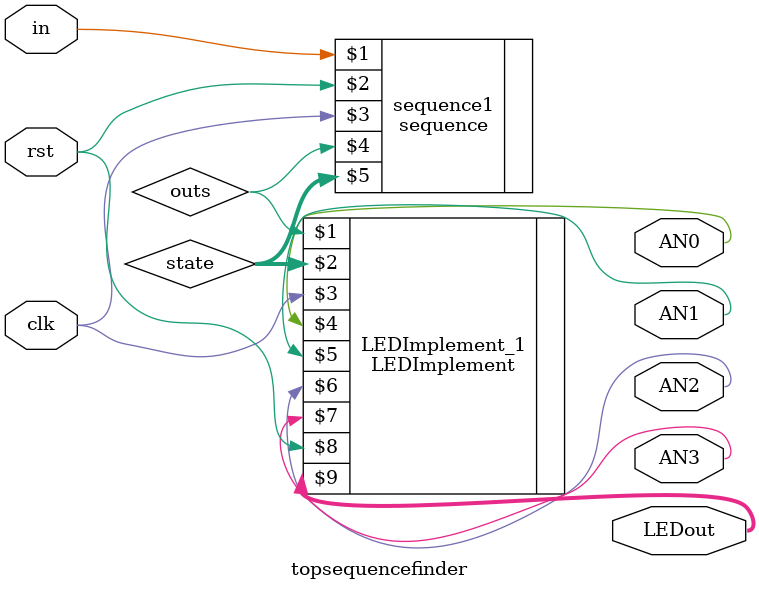
<source format=v>
module topsequencefinder(in,rst,clk,AN0,AN1,AN2,AN3,LEDout);

	input in;
	input clk;
	input rst;
	
	output [6:0]LEDout;
	output AN0,AN1,AN2,AN3;
	
	wire outs;
	wire [1:0]state;
	wire AN0,AN1,AN2,AN3;
	wire [6:0] LEDout;
	
	sequence sequence1(in,rst,clk,outs,state);
	LEDImplement LEDImplement_1(outs,state,clk,AN0,AN1,AN2,AN3,rst,LEDout);

endmodule

</source>
